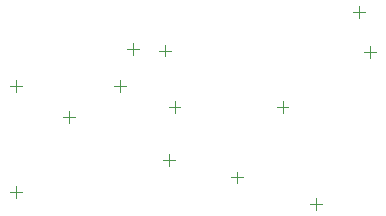
<source format=gbr>
%TF.GenerationSoftware,Altium Limited,Altium Designer,24.7.2 (38)*%
G04 Layer_Color=0*
%FSLAX45Y45*%
%MOMM*%
%TF.SameCoordinates,665F1D1F-C803-44D7-9F74-9D0A5895F251*%
%TF.FilePolarity,Positive*%
%TF.FileFunction,Other,Top_Component_Center*%
%TF.Part,Single*%
G01*
G75*
%TA.AperFunction,NonConductor*%
%ADD36C,0.10000*%
D36*
X11657500Y6227500D02*
X11757500D01*
X11707500Y6177500D02*
Y6277500D01*
X11800000Y5840000D02*
Y5940000D01*
X11750000Y5890000D02*
X11850000D01*
X11345000Y4547481D02*
Y4647480D01*
X11295000Y4597481D02*
X11395000D01*
X11009400Y5418400D02*
X11109400D01*
X11059400Y5368400D02*
Y5468400D01*
X10014914Y5900000D02*
X10114914D01*
X10064914Y5850000D02*
Y5950000D01*
X9792500Y5862500D02*
Y5962500D01*
X9742500Y5912500D02*
X9842500D01*
X8800000Y4650000D02*
Y4750000D01*
X8750000Y4700000D02*
X8850000D01*
X10095000Y5418400D02*
X10195000D01*
X10145000Y5368400D02*
Y5468400D01*
X9630000Y5600000D02*
X9730000D01*
X9680000Y5550000D02*
Y5650000D01*
X9250000Y5290000D02*
Y5390000D01*
X9200000Y5340000D02*
X9300000D01*
X10625000Y4825000D02*
X10725000D01*
X10675000Y4775000D02*
Y4875000D01*
X10050000Y4975000D02*
X10150000D01*
X10100000Y4925000D02*
Y5025000D01*
X8750000Y5600000D02*
X8850000D01*
X8800000Y5550000D02*
Y5650000D01*
%TF.MD5,1807e59f40435e92771798fd96640d52*%
M02*

</source>
